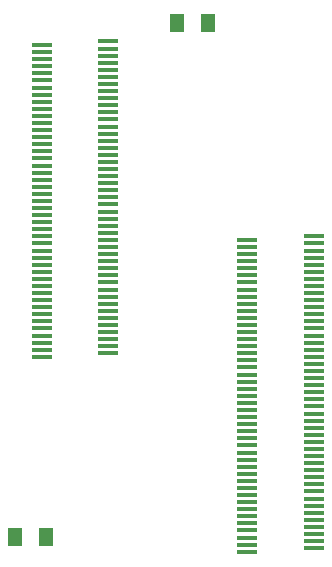
<source format=gbp>
G04 Layer_Color=128*
%FSLAX25Y25*%
%MOIN*%
G70*
G01*
G75*
%ADD13R,0.04500X0.06000*%
%ADD14R,0.06693X0.01181*%
D13*
X62876Y16701D02*
D03*
X73377D02*
D03*
X116848Y188171D02*
D03*
X127348D02*
D03*
D14*
X71882Y79094D02*
D03*
Y76732D02*
D03*
Y81457D02*
D03*
Y86181D02*
D03*
Y83819D02*
D03*
Y97992D02*
D03*
Y95630D02*
D03*
Y88543D02*
D03*
Y93268D02*
D03*
Y90906D02*
D03*
Y102717D02*
D03*
Y100354D02*
D03*
Y105079D02*
D03*
Y112165D02*
D03*
Y107441D02*
D03*
Y121614D02*
D03*
Y126339D02*
D03*
Y123976D02*
D03*
Y114528D02*
D03*
Y119252D02*
D03*
Y116890D02*
D03*
Y135787D02*
D03*
Y140512D02*
D03*
Y138150D02*
D03*
Y128701D02*
D03*
Y133425D02*
D03*
Y131063D02*
D03*
Y149961D02*
D03*
Y154685D02*
D03*
Y152323D02*
D03*
Y142874D02*
D03*
Y147599D02*
D03*
Y145236D02*
D03*
Y164134D02*
D03*
Y168858D02*
D03*
Y166496D02*
D03*
Y157047D02*
D03*
Y161772D02*
D03*
Y159409D02*
D03*
Y178307D02*
D03*
Y180669D02*
D03*
Y171221D02*
D03*
Y175945D02*
D03*
Y173583D02*
D03*
X94126Y85000D02*
D03*
Y89724D02*
D03*
Y87362D02*
D03*
Y77913D02*
D03*
Y82638D02*
D03*
Y80276D02*
D03*
X71882Y109803D02*
D03*
X94126Y94449D02*
D03*
Y92087D02*
D03*
Y99173D02*
D03*
Y96811D02*
D03*
Y108622D02*
D03*
Y113347D02*
D03*
Y110984D02*
D03*
Y101535D02*
D03*
Y106260D02*
D03*
Y103898D02*
D03*
Y115709D02*
D03*
Y120433D02*
D03*
Y118071D02*
D03*
Y125157D02*
D03*
Y122795D02*
D03*
Y162953D02*
D03*
Y167677D02*
D03*
Y165315D02*
D03*
Y155866D02*
D03*
Y160591D02*
D03*
Y158228D02*
D03*
Y177126D02*
D03*
Y181850D02*
D03*
Y179488D02*
D03*
Y170039D02*
D03*
Y174764D02*
D03*
Y172402D02*
D03*
Y134606D02*
D03*
Y139331D02*
D03*
Y136969D02*
D03*
Y127520D02*
D03*
Y132244D02*
D03*
Y129882D02*
D03*
Y148780D02*
D03*
Y153504D02*
D03*
Y151142D02*
D03*
Y141693D02*
D03*
Y146417D02*
D03*
Y144055D02*
D03*
X140480Y14134D02*
D03*
Y11772D02*
D03*
Y16496D02*
D03*
Y21220D02*
D03*
Y18858D02*
D03*
Y33031D02*
D03*
Y30669D02*
D03*
Y23583D02*
D03*
Y28307D02*
D03*
Y25945D02*
D03*
Y37756D02*
D03*
Y35394D02*
D03*
Y40118D02*
D03*
Y47205D02*
D03*
Y42480D02*
D03*
Y56654D02*
D03*
Y61378D02*
D03*
Y59016D02*
D03*
Y49567D02*
D03*
Y54291D02*
D03*
Y51929D02*
D03*
Y70827D02*
D03*
Y75551D02*
D03*
Y73189D02*
D03*
Y63740D02*
D03*
Y68465D02*
D03*
Y66102D02*
D03*
Y85000D02*
D03*
Y89724D02*
D03*
Y87362D02*
D03*
Y77913D02*
D03*
Y82638D02*
D03*
Y80276D02*
D03*
Y99173D02*
D03*
Y103898D02*
D03*
Y101535D02*
D03*
Y92087D02*
D03*
Y96811D02*
D03*
Y94449D02*
D03*
Y113347D02*
D03*
Y115709D02*
D03*
Y106260D02*
D03*
Y110984D02*
D03*
Y108622D02*
D03*
X162724Y20039D02*
D03*
Y24764D02*
D03*
Y22402D02*
D03*
Y12953D02*
D03*
Y17677D02*
D03*
Y15315D02*
D03*
X140480Y44843D02*
D03*
X162724Y29488D02*
D03*
Y27126D02*
D03*
Y34213D02*
D03*
Y31850D02*
D03*
Y43661D02*
D03*
Y48386D02*
D03*
Y46024D02*
D03*
Y36575D02*
D03*
Y41299D02*
D03*
Y38937D02*
D03*
Y50748D02*
D03*
Y55472D02*
D03*
Y53110D02*
D03*
Y60197D02*
D03*
Y57835D02*
D03*
Y97992D02*
D03*
Y102717D02*
D03*
Y100354D02*
D03*
Y90906D02*
D03*
Y95630D02*
D03*
Y93268D02*
D03*
Y112165D02*
D03*
Y116890D02*
D03*
Y114528D02*
D03*
Y105079D02*
D03*
Y109803D02*
D03*
Y107441D02*
D03*
Y69646D02*
D03*
Y74370D02*
D03*
Y72008D02*
D03*
Y62559D02*
D03*
Y67283D02*
D03*
Y64921D02*
D03*
Y83819D02*
D03*
Y88543D02*
D03*
Y86181D02*
D03*
Y76732D02*
D03*
Y81457D02*
D03*
Y79094D02*
D03*
M02*

</source>
